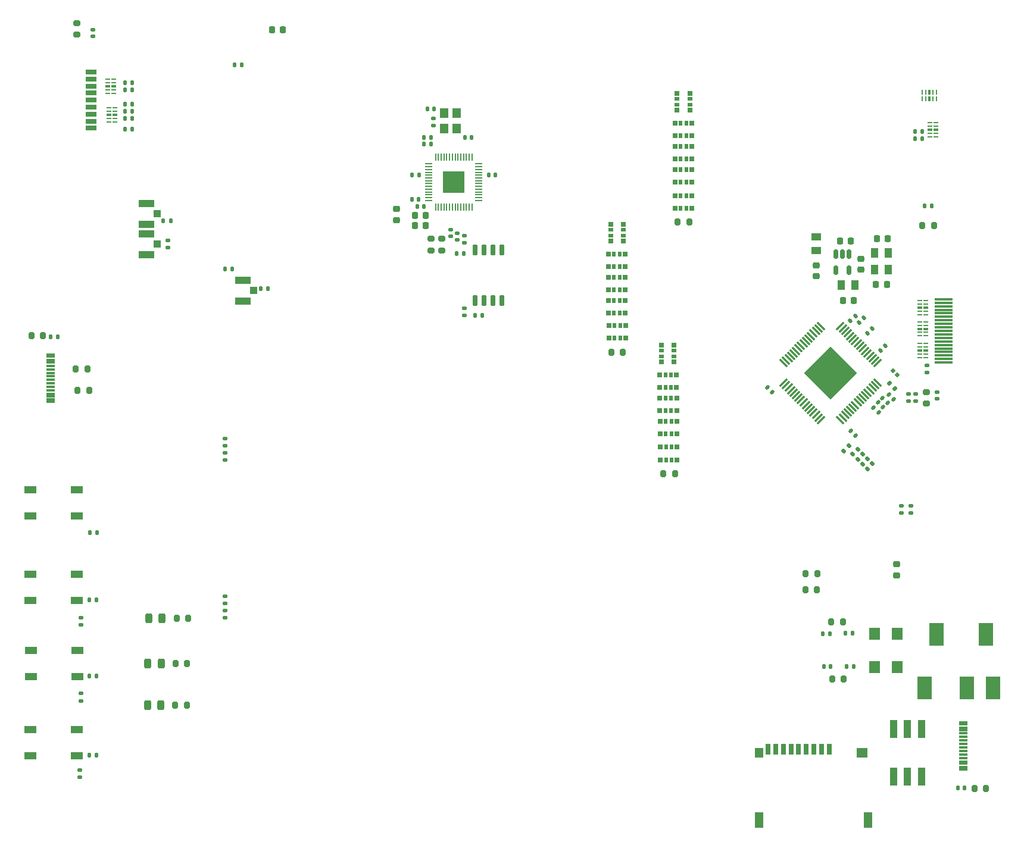
<source format=gbr>
%TF.GenerationSoftware,KiCad,Pcbnew,7.0.10*%
%TF.CreationDate,2024-01-24T08:03:13+07:00*%
%TF.ProjectId,QMTech-MiSTeX,514d5465-6368-42d4-9d69-535465582e6b,rev?*%
%TF.SameCoordinates,Original*%
%TF.FileFunction,Paste,Top*%
%TF.FilePolarity,Positive*%
%FSLAX46Y46*%
G04 Gerber Fmt 4.6, Leading zero omitted, Abs format (unit mm)*
G04 Created by KiCad (PCBNEW 7.0.10) date 2024-01-24 08:03:13*
%MOMM*%
%LPD*%
G01*
G04 APERTURE LIST*
G04 Aperture macros list*
%AMRoundRect*
0 Rectangle with rounded corners*
0 $1 Rounding radius*
0 $2 $3 $4 $5 $6 $7 $8 $9 X,Y pos of 4 corners*
0 Add a 4 corners polygon primitive as box body*
4,1,4,$2,$3,$4,$5,$6,$7,$8,$9,$2,$3,0*
0 Add four circle primitives for the rounded corners*
1,1,$1+$1,$2,$3*
1,1,$1+$1,$4,$5*
1,1,$1+$1,$6,$7*
1,1,$1+$1,$8,$9*
0 Add four rect primitives between the rounded corners*
20,1,$1+$1,$2,$3,$4,$5,0*
20,1,$1+$1,$4,$5,$6,$7,0*
20,1,$1+$1,$6,$7,$8,$9,0*
20,1,$1+$1,$8,$9,$2,$3,0*%
%AMHorizOval*
0 Thick line with rounded ends*
0 $1 width*
0 $2 $3 position (X,Y) of the first rounded end (center of the circle)*
0 $4 $5 position (X,Y) of the second rounded end (center of the circle)*
0 Add line between two ends*
20,1,$1,$2,$3,$4,$5,0*
0 Add two circle primitives to create the rounded ends*
1,1,$1,$2,$3*
1,1,$1,$4,$5*%
%AMRotRect*
0 Rectangle, with rotation*
0 The origin of the aperture is its center*
0 $1 length*
0 $2 width*
0 $3 Rotation angle, in degrees counterclockwise*
0 Add horizontal line*
21,1,$1,$2,0,0,$3*%
G04 Aperture macros list end*
%ADD10RoundRect,0.135000X0.135000X0.185000X-0.135000X0.185000X-0.135000X-0.185000X0.135000X-0.185000X0*%
%ADD11RoundRect,0.225000X0.225000X0.250000X-0.225000X0.250000X-0.225000X-0.250000X0.225000X-0.250000X0*%
%ADD12RotRect,0.570000X0.540000X135.000000*%
%ADD13RoundRect,0.140000X0.140000X0.170000X-0.140000X0.170000X-0.140000X-0.170000X0.140000X-0.170000X0*%
%ADD14RoundRect,0.200000X-0.275000X0.200000X-0.275000X-0.200000X0.275000X-0.200000X0.275000X0.200000X0*%
%ADD15RoundRect,0.140000X-0.219203X-0.021213X-0.021213X-0.219203X0.219203X0.021213X0.021213X0.219203X0*%
%ADD16R,0.660000X0.200000*%
%ADD17R,0.660000X0.400000*%
%ADD18RoundRect,0.140000X0.021213X-0.219203X0.219203X-0.021213X-0.021213X0.219203X-0.219203X0.021213X0*%
%ADD19RoundRect,0.243750X0.243750X0.456250X-0.243750X0.456250X-0.243750X-0.456250X0.243750X-0.456250X0*%
%ADD20RoundRect,0.140000X-0.140000X-0.170000X0.140000X-0.170000X0.140000X0.170000X-0.140000X0.170000X0*%
%ADD21R,1.700000X1.000000*%
%ADD22RoundRect,0.140000X-0.170000X0.140000X-0.170000X-0.140000X0.170000X-0.140000X0.170000X0.140000X0*%
%ADD23RoundRect,0.150000X0.150000X-0.650000X0.150000X0.650000X-0.150000X0.650000X-0.150000X-0.650000X0*%
%ADD24R,1.100000X0.200000*%
%ADD25R,0.200000X1.100000*%
%ADD26R,3.100000X3.100000*%
%ADD27R,0.650000X0.800000*%
%ADD28R,0.500000X0.800000*%
%ADD29RoundRect,0.200000X-0.200000X-0.275000X0.200000X-0.275000X0.200000X0.275000X-0.200000X0.275000X0*%
%ADD30RoundRect,0.135000X0.185000X-0.135000X0.185000X0.135000X-0.185000X0.135000X-0.185000X-0.135000X0*%
%ADD31R,0.800000X0.650000*%
%ADD32R,0.800000X0.500000*%
%ADD33HorizOval,0.280000X-0.466690X0.466690X0.466690X-0.466690X0*%
%ADD34HorizOval,0.280000X0.466690X0.466690X-0.466690X-0.466690X0*%
%ADD35RotRect,5.300000X5.300000X45.000000*%
%ADD36RoundRect,0.135000X-0.135000X-0.185000X0.135000X-0.185000X0.135000X0.185000X-0.135000X0.185000X0*%
%ADD37RoundRect,0.135000X-0.185000X0.135000X-0.185000X-0.135000X0.185000X-0.135000X0.185000X0.135000X0*%
%ADD38R,0.200000X0.660000*%
%ADD39R,0.400000X0.660000*%
%ADD40R,1.130000X1.380000*%
%ADD41R,1.150000X0.300000*%
%ADD42RoundRect,0.135000X-0.226274X-0.035355X-0.035355X-0.226274X0.226274X0.035355X0.035355X0.226274X0*%
%ADD43R,1.050000X1.000000*%
%ADD44R,2.200000X1.050000*%
%ADD45RoundRect,0.200000X0.275000X-0.200000X0.275000X0.200000X-0.275000X0.200000X-0.275000X-0.200000X0*%
%ADD46RoundRect,0.200000X0.200000X0.275000X-0.200000X0.275000X-0.200000X-0.275000X0.200000X-0.275000X0*%
%ADD47R,1.490000X1.730000*%
%ADD48RoundRect,0.135000X0.035355X-0.226274X0.226274X-0.035355X-0.035355X0.226274X-0.226274X0.035355X0*%
%ADD49RoundRect,0.225000X-0.250000X0.225000X-0.250000X-0.225000X0.250000X-0.225000X0.250000X0.225000X0*%
%ADD50RoundRect,0.225000X0.250000X-0.225000X0.250000X0.225000X-0.250000X0.225000X-0.250000X-0.225000X0*%
%ADD51RoundRect,0.225000X-0.225000X-0.250000X0.225000X-0.250000X0.225000X0.250000X-0.225000X0.250000X0*%
%ADD52R,2.600000X0.300000*%
%ADD53R,1.000000X2.550000*%
%ADD54R,0.700000X1.600000*%
%ADD55R,1.200000X1.400000*%
%ADD56R,1.200000X2.200000*%
%ADD57R,1.600000X1.400000*%
%ADD58RoundRect,0.150000X-0.150000X0.512500X-0.150000X-0.512500X0.150000X-0.512500X0.150000X0.512500X0*%
%ADD59R,1.380000X1.130000*%
%ADD60RoundRect,0.140000X0.219203X0.021213X0.021213X0.219203X-0.219203X-0.021213X-0.021213X-0.219203X0*%
%ADD61R,1.600000X0.700000*%
%ADD62R,2.000000X3.200000*%
%ADD63RoundRect,0.140000X0.170000X-0.140000X0.170000X0.140000X-0.170000X0.140000X-0.170000X-0.140000X0*%
G04 APERTURE END LIST*
D10*
%TO.C,R36*%
X108559600Y-111349400D03*
X107539600Y-111349400D03*
%TD*%
D11*
%TO.C,C17*%
X215760600Y-69900800D03*
X214210600Y-69900800D03*
%TD*%
D12*
%TO.C,R15*%
X222350856Y-88950056D03*
X221742744Y-88341944D03*
%TD*%
D13*
%TO.C,C11*%
X154325200Y-63957200D03*
X153365200Y-63957200D03*
%TD*%
D14*
%TO.C,R13*%
X156083000Y-69596000D03*
X156083000Y-71246000D03*
%TD*%
D15*
%TO.C,C25*%
X221148589Y-91710189D03*
X221827411Y-92389011D03*
%TD*%
D16*
%TO.C,D5*%
X226978000Y-53086000D03*
X226978000Y-53586000D03*
D17*
X226978000Y-54086000D03*
D16*
X226978000Y-54586000D03*
X226978000Y-55086000D03*
X227838000Y-55086000D03*
X227838000Y-54586000D03*
D17*
X227838000Y-54086000D03*
D16*
X227838000Y-53586000D03*
X227838000Y-53086000D03*
%TD*%
D18*
%TO.C,C31*%
X218135200Y-83058000D03*
X218814022Y-82379178D03*
%TD*%
%TO.C,C26*%
X216966800Y-81483200D03*
X217645622Y-80804378D03*
%TD*%
D16*
%TO.C,D10*%
X110943600Y-48888400D03*
X110943600Y-48388400D03*
D17*
X110943600Y-47888400D03*
D16*
X110943600Y-47388400D03*
X110943600Y-46888400D03*
X110083600Y-46888400D03*
X110083600Y-47388400D03*
D17*
X110083600Y-47888400D03*
D16*
X110083600Y-48388400D03*
X110083600Y-48888400D03*
%TD*%
D19*
%TO.C,D8*%
X117629700Y-135940800D03*
X115754700Y-135940800D03*
%TD*%
D20*
%TO.C,C1*%
X102004000Y-83568000D03*
X102964000Y-83568000D03*
%TD*%
%TO.C,C16*%
X164264400Y-60502800D03*
X165224400Y-60502800D03*
%TD*%
D21*
%TO.C,SW1*%
X105725600Y-143153000D03*
X99125600Y-143153000D03*
X105725600Y-139453000D03*
X99125600Y-139453000D03*
%TD*%
D22*
%TO.C,R10*%
X160832800Y-79504600D03*
X160832800Y-80464600D03*
%TD*%
D23*
%TO.C,U1*%
X162306000Y-78403000D03*
X163576000Y-78403000D03*
X164846000Y-78403000D03*
X166116000Y-78403000D03*
X166116000Y-71203000D03*
X164846000Y-71203000D03*
X163576000Y-71203000D03*
X162306000Y-71203000D03*
%TD*%
D24*
%TO.C,U2*%
X162852800Y-64128400D03*
X162852800Y-63728400D03*
X162852800Y-63328400D03*
X162852800Y-62928400D03*
X162852800Y-62528400D03*
X162852800Y-62128400D03*
X162852800Y-61728400D03*
X162852800Y-61328400D03*
X162852800Y-60928400D03*
X162852800Y-60528400D03*
X162852800Y-60128400D03*
X162852800Y-59728400D03*
X162852800Y-59328400D03*
X162852800Y-58928400D03*
D25*
X161902800Y-57978400D03*
X161502800Y-57978400D03*
X161102800Y-57978400D03*
X160702800Y-57978400D03*
X160302800Y-57978400D03*
X159902800Y-57978400D03*
X159502800Y-57978400D03*
X159102800Y-57978400D03*
X158702800Y-57978400D03*
X158302800Y-57978400D03*
X157902800Y-57978400D03*
X157502800Y-57978400D03*
X157102800Y-57978400D03*
X156702800Y-57978400D03*
D24*
X155752800Y-58928400D03*
X155752800Y-59328400D03*
X155752800Y-59728400D03*
X155752800Y-60128400D03*
X155752800Y-60528400D03*
X155752800Y-60928400D03*
X155752800Y-61328400D03*
X155752800Y-61728400D03*
X155752800Y-62128400D03*
X155752800Y-62528400D03*
X155752800Y-62928400D03*
X155752800Y-63328400D03*
X155752800Y-63728400D03*
X155752800Y-64128400D03*
D25*
X156702800Y-65078400D03*
X157102800Y-65078400D03*
X157502800Y-65078400D03*
X157902800Y-65078400D03*
X158302800Y-65078400D03*
X158702800Y-65078400D03*
X159102800Y-65078400D03*
X159502800Y-65078400D03*
X159902800Y-65078400D03*
X160302800Y-65078400D03*
X160702800Y-65078400D03*
X161102800Y-65078400D03*
X161502800Y-65078400D03*
X161902800Y-65078400D03*
D26*
X159302800Y-61528400D03*
%TD*%
D13*
%TO.C,C13*%
X156029600Y-55143400D03*
X155069600Y-55143400D03*
%TD*%
D27*
%TO.C,RN5*%
X193161000Y-59749800D03*
D28*
X192361000Y-59749800D03*
X191561000Y-59749800D03*
D27*
X190761000Y-59749800D03*
X190761000Y-61549800D03*
D28*
X191561000Y-61549800D03*
X192361000Y-61549800D03*
D27*
X193161000Y-61549800D03*
%TD*%
D14*
%TO.C,R12*%
X157556200Y-69595000D03*
X157556200Y-71245000D03*
%TD*%
D29*
%TO.C,R48*%
X209283800Y-119532400D03*
X210933800Y-119532400D03*
%TD*%
D20*
%TO.C,C37*%
X211937600Y-130454400D03*
X212897600Y-130454400D03*
%TD*%
D10*
%TO.C,R59*%
X108483400Y-131826000D03*
X107463400Y-131826000D03*
%TD*%
D30*
%TO.C,R24*%
X223977200Y-92661200D03*
X223977200Y-91641200D03*
%TD*%
D16*
%TO.C,D9*%
X110236000Y-50951000D03*
X110236000Y-51451000D03*
D17*
X110236000Y-51951000D03*
D16*
X110236000Y-52451000D03*
X110236000Y-52951000D03*
X111096000Y-52951000D03*
X111096000Y-52451000D03*
D17*
X111096000Y-51951000D03*
D16*
X111096000Y-51451000D03*
X111096000Y-50951000D03*
%TD*%
D29*
%TO.C,R29*%
X181699400Y-85750400D03*
X183349400Y-85750400D03*
%TD*%
D13*
%TO.C,C2*%
X161820800Y-55143400D03*
X160860800Y-55143400D03*
%TD*%
D31*
%TO.C,RN11*%
X190649000Y-87109000D03*
D32*
X190649000Y-86309000D03*
X190649000Y-85509000D03*
D31*
X190649000Y-84709000D03*
X188849000Y-84709000D03*
D32*
X188849000Y-85509000D03*
X188849000Y-86309000D03*
D31*
X188849000Y-87109000D03*
%TD*%
D21*
%TO.C,SW3*%
X105685400Y-109033800D03*
X99085400Y-109033800D03*
X105685400Y-105333800D03*
X99085400Y-105333800D03*
%TD*%
D33*
%TO.C,U4*%
X214268958Y-95360343D03*
X214622512Y-95006790D03*
X214976065Y-94653236D03*
X215329618Y-94299683D03*
X215683172Y-93946130D03*
X216036725Y-93592576D03*
X216390279Y-93239023D03*
X216743832Y-92885469D03*
X217097385Y-92531916D03*
X217450939Y-92178363D03*
X217804492Y-91824809D03*
X218158046Y-91471256D03*
X218511599Y-91117702D03*
X218865152Y-90764149D03*
X219218706Y-90410596D03*
X219572259Y-90057042D03*
D34*
X219572259Y-87299326D03*
X219218706Y-86945772D03*
X218865152Y-86592219D03*
X218511599Y-86238666D03*
X218158046Y-85885112D03*
X217804492Y-85531559D03*
X217450939Y-85178005D03*
X217097385Y-84824452D03*
X216743832Y-84470899D03*
X216390279Y-84117345D03*
X216036725Y-83763792D03*
X215683172Y-83410238D03*
X215329618Y-83056685D03*
X214976065Y-82703132D03*
X214622512Y-82349578D03*
X214268958Y-81996025D03*
D33*
X211511242Y-81996025D03*
X211157688Y-82349578D03*
X210804135Y-82703132D03*
X210450582Y-83056685D03*
X210097028Y-83410238D03*
X209743475Y-83763792D03*
X209389921Y-84117345D03*
X209036368Y-84470899D03*
X208682815Y-84824452D03*
X208329261Y-85178005D03*
X207975708Y-85531559D03*
X207622154Y-85885112D03*
X207268601Y-86238666D03*
X206915048Y-86592219D03*
X206561494Y-86945772D03*
X206207941Y-87299326D03*
D34*
X206207941Y-90057042D03*
X206561494Y-90410596D03*
X206915048Y-90764149D03*
X207268601Y-91117702D03*
X207622154Y-91471256D03*
X207975708Y-91824809D03*
X208329261Y-92178363D03*
X208682815Y-92531916D03*
X209036368Y-92885469D03*
X209389921Y-93239023D03*
X209743475Y-93592576D03*
X210097028Y-93946130D03*
X210450582Y-94299683D03*
X210804135Y-94653236D03*
X211157688Y-95006790D03*
X211511242Y-95360343D03*
D35*
X212890100Y-88678184D03*
%TD*%
D36*
%TO.C,R42*%
X112520000Y-53975000D03*
X113540000Y-53975000D03*
%TD*%
D37*
%TO.C,R21*%
X226618800Y-87579200D03*
X226618800Y-88599200D03*
%TD*%
D10*
%TO.C,R5*%
X127814800Y-73863200D03*
X126794800Y-73863200D03*
%TD*%
D21*
%TO.C,SW2*%
X105763600Y-131847200D03*
X99163600Y-131847200D03*
X105763600Y-128147200D03*
X99163600Y-128147200D03*
%TD*%
D30*
%TO.C,R38*%
X106248200Y-135307800D03*
X106248200Y-134287800D03*
%TD*%
D37*
%TO.C,R23*%
X224942400Y-91641200D03*
X224942400Y-92661200D03*
%TD*%
D27*
%TO.C,RN4*%
X193161000Y-63443800D03*
D28*
X192361000Y-63443800D03*
X191561000Y-63443800D03*
D27*
X190761000Y-63443800D03*
X190761000Y-65243800D03*
D28*
X191561000Y-65243800D03*
X192361000Y-65243800D03*
D27*
X193161000Y-65243800D03*
%TD*%
D38*
%TO.C,D4*%
X225957000Y-49628000D03*
X226457000Y-49628000D03*
D39*
X226957000Y-49628000D03*
D38*
X227457000Y-49628000D03*
X227957000Y-49628000D03*
X227957000Y-48768000D03*
X227457000Y-48768000D03*
D39*
X226957000Y-48768000D03*
D38*
X226457000Y-48768000D03*
X225957000Y-48768000D03*
%TD*%
D22*
%TO.C,C5*%
X160782000Y-69166800D03*
X160782000Y-70126800D03*
%TD*%
D13*
%TO.C,C44*%
X231966000Y-147675600D03*
X231006000Y-147675600D03*
%TD*%
D40*
%TO.C,L2*%
X219146400Y-73964800D03*
X221086400Y-73964800D03*
%TD*%
D11*
%TO.C,C10*%
X155308600Y-66243200D03*
X153758600Y-66243200D03*
%TD*%
D40*
%TO.C,L1*%
X219177200Y-71577200D03*
X221117200Y-71577200D03*
%TD*%
D37*
%TO.C,R2*%
X126796800Y-100048600D03*
X126796800Y-101068600D03*
%TD*%
D13*
%TO.C,C34*%
X227251200Y-64871600D03*
X226291200Y-64871600D03*
%TD*%
%TO.C,C12*%
X154350600Y-60528200D03*
X153390600Y-60528200D03*
%TD*%
D37*
%TO.C,R1*%
X126796800Y-98016600D03*
X126796800Y-99036600D03*
%TD*%
D10*
%TO.C,R31*%
X108523600Y-143081000D03*
X107503600Y-143081000D03*
%TD*%
D15*
%TO.C,C30*%
X215763789Y-96891789D03*
X216442611Y-97570611D03*
%TD*%
D22*
%TO.C,C15*%
X158877000Y-68275200D03*
X158877000Y-69235200D03*
%TD*%
D41*
%TO.C,J3*%
X101971000Y-86060000D03*
X101971000Y-86860000D03*
X101971000Y-88160000D03*
X101971000Y-89160000D03*
X101971000Y-89660000D03*
X101971000Y-90660000D03*
X101971000Y-91960000D03*
X101971000Y-92760000D03*
X101971000Y-92460000D03*
X101971000Y-91660000D03*
X101971000Y-91160000D03*
X101971000Y-90160000D03*
X101971000Y-88660000D03*
X101971000Y-87660000D03*
X101971000Y-87160000D03*
X101971000Y-86360000D03*
%TD*%
D36*
%TO.C,R46*%
X128143000Y-44805600D03*
X129163000Y-44805600D03*
%TD*%
D37*
%TO.C,R4*%
X126796800Y-122480800D03*
X126796800Y-123500800D03*
%TD*%
D42*
%TO.C,R16*%
X221284800Y-90170000D03*
X222006048Y-90891248D03*
%TD*%
D27*
%TO.C,RN12*%
X190988800Y-88914400D03*
D28*
X190188800Y-88914400D03*
X189388800Y-88914400D03*
D27*
X188588800Y-88914400D03*
X188588800Y-90714400D03*
D28*
X189388800Y-90714400D03*
X190188800Y-90714400D03*
D27*
X190988800Y-90714400D03*
%TD*%
D22*
%TO.C,C14*%
X159816800Y-68760400D03*
X159816800Y-69720400D03*
%TD*%
D37*
%TO.C,R52*%
X224307400Y-107592400D03*
X224307400Y-108612400D03*
%TD*%
D18*
%TO.C,C28*%
X215712989Y-81263811D03*
X216391811Y-80584989D03*
%TD*%
D29*
%TO.C,R28*%
X191136000Y-67183000D03*
X192786000Y-67183000D03*
%TD*%
D43*
%TO.C,CN2*%
X130808000Y-76962000D03*
D44*
X129288000Y-78432000D03*
X129288000Y-75492000D03*
%TD*%
D13*
%TO.C,C9*%
X155089800Y-65024000D03*
X154129800Y-65024000D03*
%TD*%
D31*
%TO.C,RN1*%
X192871000Y-51295000D03*
D32*
X192871000Y-50495000D03*
X192871000Y-49695000D03*
D31*
X192871000Y-48895000D03*
X191071000Y-48895000D03*
D32*
X191071000Y-49695000D03*
X191071000Y-50495000D03*
D31*
X191071000Y-51295000D03*
%TD*%
D45*
%TO.C,R39*%
X105710000Y-40542000D03*
X105710000Y-38892000D03*
%TD*%
D46*
%TO.C,R33*%
X121394200Y-130022600D03*
X119744200Y-130022600D03*
%TD*%
D36*
%TO.C,R45*%
X112520000Y-47371000D03*
X113540000Y-47371000D03*
%TD*%
D15*
%TO.C,C23*%
X219624589Y-92878589D03*
X220303411Y-93557411D03*
%TD*%
D43*
%TO.C,CN4*%
X117092000Y-70358000D03*
D44*
X115572000Y-71828000D03*
X115572000Y-68888000D03*
%TD*%
D10*
%TO.C,R26*%
X225935000Y-54356000D03*
X224915000Y-54356000D03*
%TD*%
D13*
%TO.C,C4*%
X160705800Y-71704200D03*
X159745800Y-71704200D03*
%TD*%
D10*
%TO.C,R37*%
X108483200Y-120959000D03*
X107463200Y-120959000D03*
%TD*%
D47*
%TO.C,C41*%
X219176600Y-130505200D03*
X222356600Y-130505200D03*
%TD*%
D29*
%TO.C,R47*%
X213119200Y-132181600D03*
X214769200Y-132181600D03*
%TD*%
%TO.C,R30*%
X189090800Y-102997000D03*
X190740800Y-102997000D03*
%TD*%
D48*
%TO.C,R19*%
X217444376Y-101630424D03*
X218165624Y-100909176D03*
%TD*%
D46*
%TO.C,R25*%
X227596200Y-67665600D03*
X225946200Y-67665600D03*
%TD*%
D20*
%TO.C,C40*%
X215011000Y-125730000D03*
X215971000Y-125730000D03*
%TD*%
D30*
%TO.C,R51*%
X222910400Y-108612400D03*
X222910400Y-107592400D03*
%TD*%
D10*
%TO.C,R27*%
X225935000Y-55372000D03*
X224915000Y-55372000D03*
%TD*%
D46*
%TO.C,R34*%
X121345700Y-135940800D03*
X119695700Y-135940800D03*
%TD*%
D29*
%TO.C,R6*%
X99246000Y-83337400D03*
X100896000Y-83337400D03*
%TD*%
D49*
%TO.C,C22*%
X210870800Y-73342200D03*
X210870800Y-74892200D03*
%TD*%
D15*
%TO.C,C32*%
X219014989Y-93640589D03*
X219693811Y-94319411D03*
%TD*%
D50*
%TO.C,C18*%
X217170000Y-73964800D03*
X217170000Y-72414800D03*
%TD*%
D10*
%TO.C,R54*%
X119026400Y-67056000D03*
X118006400Y-67056000D03*
%TD*%
D16*
%TO.C,D3*%
X225577400Y-84461600D03*
X225577400Y-84961600D03*
D17*
X225577400Y-85461600D03*
D16*
X225577400Y-85961600D03*
X225577400Y-86461600D03*
X226437400Y-86461600D03*
X226437400Y-85961600D03*
D17*
X226437400Y-85461600D03*
D16*
X226437400Y-84961600D03*
X226437400Y-84461600D03*
%TD*%
D41*
%TO.C,J13*%
X231716800Y-145058600D03*
X231716800Y-144258600D03*
X231716800Y-142958600D03*
X231716800Y-141958600D03*
X231716800Y-141458600D03*
X231716800Y-140458600D03*
X231716800Y-139158600D03*
X231716800Y-138358600D03*
X231716800Y-138658600D03*
X231716800Y-139458600D03*
X231716800Y-139958600D03*
X231716800Y-140958600D03*
X231716800Y-142458600D03*
X231716800Y-143458600D03*
X231716800Y-143958600D03*
X231716800Y-144758600D03*
%TD*%
D11*
%TO.C,C19*%
X220993000Y-69596000D03*
X219443000Y-69596000D03*
%TD*%
%TO.C,C21*%
X216167000Y-78384400D03*
X214617000Y-78384400D03*
%TD*%
D18*
%TO.C,C29*%
X219980189Y-85480211D03*
X220659011Y-84801389D03*
%TD*%
D51*
%TO.C,C36*%
X133438600Y-39878000D03*
X134988600Y-39878000D03*
%TD*%
D52*
%TO.C,HDMI1*%
X228957600Y-78188000D03*
X228957600Y-78688000D03*
X228957600Y-79188000D03*
X228957600Y-79688000D03*
X228957600Y-80188000D03*
X228957600Y-80688000D03*
X228957600Y-81188000D03*
X228957600Y-81688000D03*
X228957600Y-82188000D03*
X228957600Y-82688000D03*
X228957600Y-83188000D03*
X228957600Y-83688000D03*
X228957600Y-84188000D03*
X228957600Y-84688000D03*
X228957600Y-85188000D03*
X228957600Y-85688000D03*
X228957600Y-86188000D03*
X228957600Y-86688000D03*
X228957600Y-87188000D03*
%TD*%
D30*
%TO.C,R57*%
X106095800Y-146179000D03*
X106095800Y-145159000D03*
%TD*%
D36*
%TO.C,R43*%
X112520000Y-52451000D03*
X113540000Y-52451000D03*
%TD*%
D46*
%TO.C,R35*%
X235000800Y-147777200D03*
X233350800Y-147777200D03*
%TD*%
D53*
%TO.C,SW5*%
X221831400Y-139369800D03*
X223831400Y-139369800D03*
X225831400Y-139369800D03*
X221831400Y-146129800D03*
X223831400Y-146129800D03*
X225831400Y-146129800D03*
%TD*%
D14*
%TO.C,R22*%
X226517200Y-91389200D03*
X226517200Y-93039200D03*
%TD*%
D54*
%TO.C,TF1*%
X212746400Y-142189200D03*
X211646400Y-142189200D03*
X210546400Y-142189200D03*
X209446400Y-142189200D03*
X208346400Y-142189200D03*
X207246400Y-142189200D03*
X206146400Y-142189200D03*
X205046400Y-142189200D03*
X203946400Y-142189200D03*
D55*
X202746400Y-142689200D03*
D56*
X202746400Y-152289200D03*
X218246400Y-152289200D03*
D57*
X217346400Y-142689200D03*
%TD*%
D50*
%TO.C,C43*%
X222275400Y-117462600D03*
X222275400Y-115912600D03*
%TD*%
D10*
%TO.C,R53*%
X132846000Y-76708000D03*
X131826000Y-76708000D03*
%TD*%
D36*
%TO.C,R40*%
X112520000Y-48387000D03*
X113540000Y-48387000D03*
%TD*%
D27*
%TO.C,RN2*%
X190761000Y-54920400D03*
D28*
X191561000Y-54920400D03*
X192361000Y-54920400D03*
D27*
X193161000Y-54920400D03*
X193161000Y-53120400D03*
D28*
X192361000Y-53120400D03*
X191561000Y-53120400D03*
D27*
X190761000Y-53120400D03*
%TD*%
D58*
%TO.C,U3*%
X215529200Y-71760500D03*
X214579200Y-71760500D03*
X213629200Y-71760500D03*
X213629200Y-74035500D03*
X215529200Y-74035500D03*
%TD*%
D15*
%TO.C,C27*%
X220284989Y-92218189D03*
X220963811Y-92897011D03*
%TD*%
D22*
%TO.C,C33*%
X228041200Y-91389200D03*
X228041200Y-92349200D03*
%TD*%
D31*
%TO.C,RN6*%
X183409000Y-69907600D03*
D32*
X183409000Y-69107600D03*
X183409000Y-68307600D03*
D31*
X183409000Y-67507600D03*
X181609000Y-67507600D03*
D32*
X181609000Y-68307600D03*
X181609000Y-69107600D03*
D31*
X181609000Y-69907600D03*
%TD*%
D16*
%TO.C,D1*%
X225579200Y-78400400D03*
X225579200Y-78900400D03*
D17*
X225579200Y-79400400D03*
D16*
X225579200Y-79900400D03*
X225579200Y-80400400D03*
X226439200Y-80400400D03*
X226439200Y-79900400D03*
D17*
X226439200Y-79400400D03*
D16*
X226439200Y-78900400D03*
X226439200Y-78400400D03*
%TD*%
D21*
%TO.C,SW4*%
X105685200Y-121031000D03*
X99085200Y-121031000D03*
X105685200Y-117331000D03*
X99085200Y-117331000D03*
%TD*%
D37*
%TO.C,R11*%
X156387800Y-52476400D03*
X156387800Y-53496400D03*
%TD*%
D46*
%TO.C,R32*%
X121521200Y-123571000D03*
X119871200Y-123571000D03*
%TD*%
D20*
%TO.C,C39*%
X215191400Y-130454400D03*
X216151400Y-130454400D03*
%TD*%
D27*
%TO.C,RN8*%
X183699000Y-75046000D03*
D28*
X182899000Y-75046000D03*
X182099000Y-75046000D03*
D27*
X181299000Y-75046000D03*
X181299000Y-76846000D03*
D28*
X182099000Y-76846000D03*
X182899000Y-76846000D03*
D27*
X183699000Y-76846000D03*
%TD*%
D55*
%TO.C,X1*%
X157911800Y-51673400D03*
X157911800Y-53873400D03*
X159671800Y-53873400D03*
X159671800Y-51673400D03*
%TD*%
D59*
%TO.C,L4*%
X210870800Y-69286400D03*
X210870800Y-71226400D03*
%TD*%
D27*
%TO.C,RN10*%
X183699000Y-78362400D03*
D28*
X182899000Y-78362400D03*
X182099000Y-78362400D03*
D27*
X181299000Y-78362400D03*
X181299000Y-80162400D03*
D28*
X182099000Y-80162400D03*
X182899000Y-80162400D03*
D27*
X183699000Y-80162400D03*
%TD*%
D47*
%TO.C,C42*%
X219158800Y-125806200D03*
X222338800Y-125806200D03*
%TD*%
D29*
%TO.C,R50*%
X212992200Y-124129800D03*
X214642200Y-124129800D03*
%TD*%
D27*
%TO.C,RN9*%
X183756000Y-81915000D03*
D28*
X182956000Y-81915000D03*
X182156000Y-81915000D03*
D27*
X181356000Y-81915000D03*
X181356000Y-83715000D03*
D28*
X182156000Y-83715000D03*
X182956000Y-83715000D03*
D27*
X183756000Y-83715000D03*
%TD*%
D60*
%TO.C,C24*%
X204555411Y-91373011D03*
X203876589Y-90694189D03*
%TD*%
D11*
%TO.C,C20*%
X220891400Y-76098400D03*
X219341400Y-76098400D03*
%TD*%
D48*
%TO.C,R17*%
X216047376Y-100233424D03*
X216768624Y-99512176D03*
%TD*%
D61*
%TO.C,USB1*%
X107721000Y-46847000D03*
X107721000Y-48847000D03*
X107721000Y-50847000D03*
X107721000Y-52847000D03*
X107721000Y-53847000D03*
X107721000Y-51847000D03*
X107721000Y-49847000D03*
X107721000Y-47847000D03*
X107721000Y-45847000D03*
%TD*%
D36*
%TO.C,R44*%
X112520000Y-50419000D03*
X113540000Y-50419000D03*
%TD*%
D49*
%TO.C,C8*%
X151180800Y-65366600D03*
X151180800Y-66916600D03*
%TD*%
D13*
%TO.C,C6*%
X156029600Y-56134000D03*
X155069600Y-56134000D03*
%TD*%
D62*
%TO.C,CN1*%
X235949100Y-133492400D03*
X234949100Y-125892400D03*
X232249100Y-133492400D03*
X227949100Y-125892400D03*
X226249100Y-133492400D03*
%TD*%
D48*
%TO.C,R20*%
X218104776Y-102316224D03*
X218826024Y-101594976D03*
%TD*%
D19*
%TO.C,D7*%
X117678200Y-130022600D03*
X115803200Y-130022600D03*
%TD*%
D20*
%TO.C,C3*%
X155554800Y-51079400D03*
X156514800Y-51079400D03*
%TD*%
D10*
%TO.C,R9*%
X163376800Y-80492600D03*
X162356800Y-80492600D03*
%TD*%
D16*
%TO.C,D2*%
X225579200Y-81397600D03*
X225579200Y-81897600D03*
D17*
X225579200Y-82397600D03*
D16*
X225579200Y-82897600D03*
X225579200Y-83397600D03*
X226439200Y-83397600D03*
X226439200Y-82897600D03*
D17*
X226439200Y-82397600D03*
D16*
X226439200Y-81897600D03*
X226439200Y-81397600D03*
%TD*%
D20*
%TO.C,C38*%
X211810600Y-125806200D03*
X212770600Y-125806200D03*
%TD*%
D46*
%TO.C,R8*%
X107437000Y-91188000D03*
X105787000Y-91188000D03*
%TD*%
D48*
%TO.C,R18*%
X216758576Y-100944624D03*
X217479824Y-100223376D03*
%TD*%
D27*
%TO.C,RN13*%
X191008000Y-92227400D03*
D28*
X190208000Y-92227400D03*
X189408000Y-92227400D03*
D27*
X188608000Y-92227400D03*
X188608000Y-94027400D03*
D28*
X189408000Y-94027400D03*
X190208000Y-94027400D03*
D27*
X191008000Y-94027400D03*
%TD*%
D48*
%TO.C,R14*%
X214777376Y-99750824D03*
X215498624Y-99029576D03*
%TD*%
D27*
%TO.C,RN14*%
X191071200Y-99237800D03*
D28*
X190271200Y-99237800D03*
X189471200Y-99237800D03*
D27*
X188671200Y-99237800D03*
X188671200Y-101037800D03*
D28*
X189471200Y-101037800D03*
X190271200Y-101037800D03*
D27*
X191071200Y-101037800D03*
%TD*%
D11*
%TO.C,C7*%
X155308600Y-67741800D03*
X153758600Y-67741800D03*
%TD*%
D63*
%TO.C,C35*%
X107950000Y-40767000D03*
X107950000Y-39807000D03*
%TD*%
D30*
%TO.C,R58*%
X106256600Y-124485800D03*
X106256600Y-123465800D03*
%TD*%
D37*
%TO.C,R55*%
X118618000Y-69848000D03*
X118618000Y-70868000D03*
%TD*%
D27*
%TO.C,RN7*%
X181299000Y-73533000D03*
D28*
X182099000Y-73533000D03*
X182899000Y-73533000D03*
D27*
X183699000Y-73533000D03*
X183699000Y-71733000D03*
D28*
X182899000Y-71733000D03*
X182099000Y-71733000D03*
D27*
X181299000Y-71733000D03*
%TD*%
D40*
%TO.C,L3*%
X214417200Y-76200000D03*
X216357200Y-76200000D03*
%TD*%
D29*
%TO.C,R49*%
X209334600Y-117271800D03*
X210984600Y-117271800D03*
%TD*%
D36*
%TO.C,R41*%
X112520000Y-51435000D03*
X113540000Y-51435000D03*
%TD*%
D37*
%TO.C,R3*%
X126796800Y-120446800D03*
X126796800Y-121466800D03*
%TD*%
D27*
%TO.C,RN3*%
X193161000Y-56433400D03*
D28*
X192361000Y-56433400D03*
X191561000Y-56433400D03*
D27*
X190761000Y-56433400D03*
X190761000Y-58233400D03*
D28*
X191561000Y-58233400D03*
X192361000Y-58233400D03*
D27*
X193161000Y-58233400D03*
%TD*%
D43*
%TO.C,CN3*%
X117094000Y-66040000D03*
D44*
X115574000Y-67510000D03*
X115574000Y-64570000D03*
%TD*%
D29*
%TO.C,R7*%
X105533000Y-88140000D03*
X107183000Y-88140000D03*
%TD*%
D19*
%TO.C,D6*%
X117805200Y-123571000D03*
X115930200Y-123571000D03*
%TD*%
D27*
%TO.C,RN15*%
X191039600Y-95543800D03*
D28*
X190239600Y-95543800D03*
X189439600Y-95543800D03*
D27*
X188639600Y-95543800D03*
X188639600Y-97343800D03*
D28*
X189439600Y-97343800D03*
X190239600Y-97343800D03*
D27*
X191039600Y-97343800D03*
%TD*%
M02*

</source>
